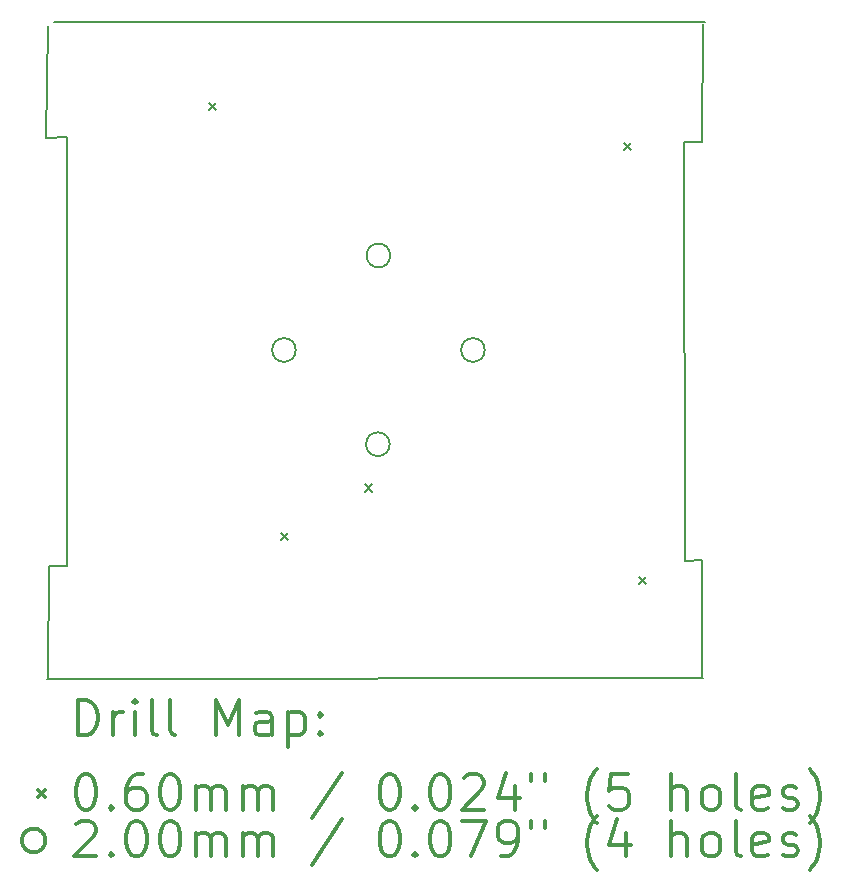
<source format=gbr>
%FSLAX45Y45*%
G04 Gerber Fmt 4.5, Leading zero omitted, Abs format (unit mm)*
G04 Created by KiCad (PCBNEW 4.0.6) date 05/08/17 07:31:23*
%MOMM*%
%LPD*%
G01*
G04 APERTURE LIST*
%ADD10C,0.127000*%
%ADD11C,0.150000*%
%ADD12C,0.200000*%
%ADD13C,0.300000*%
G04 APERTURE END LIST*
D10*
D11*
X15126190Y-12981050D02*
X20676410Y-12965750D01*
X15293110Y-12022710D02*
X15145290Y-12017190D01*
X15118870Y-8397070D02*
X15293110Y-8389010D01*
X20679770Y-7429370D02*
X20669270Y-8428570D01*
X20669270Y-8428570D02*
X20518910Y-8431110D01*
X20518910Y-8431110D02*
X20529410Y-11980410D01*
X20529410Y-11980410D02*
X20669610Y-11969910D01*
X20669610Y-11969910D02*
X20669610Y-12956410D01*
X15134790Y-12961490D02*
X15145290Y-12017190D01*
X15293110Y-12022710D02*
X15293110Y-8389010D01*
X15118870Y-8397070D02*
X15129370Y-7450470D01*
X15195210Y-7418410D02*
X20695210Y-7418410D01*
X20684310Y-7418410D02*
X15184310Y-7418410D01*
D12*
X16499610Y-8100110D02*
X16559610Y-8160110D01*
X16559610Y-8100110D02*
X16499610Y-8160110D01*
X17106330Y-11737610D02*
X17166330Y-11797610D01*
X17166330Y-11737610D02*
X17106330Y-11797610D01*
X17813510Y-11330310D02*
X17873510Y-11390310D01*
X17873510Y-11330310D02*
X17813510Y-11390310D01*
X20012910Y-8438510D02*
X20072910Y-8498510D01*
X20072910Y-8438510D02*
X20012910Y-8498510D01*
X20138810Y-12116610D02*
X20198810Y-12176610D01*
X20198810Y-12116610D02*
X20138810Y-12176610D01*
X17230770Y-10192010D02*
G75*
G03X17230770Y-10192010I-100000J0D01*
G01*
X18025770Y-10989650D02*
G75*
G03X18025770Y-10989650I-100000J0D01*
G01*
X18030870Y-9391910D02*
G75*
G03X18030870Y-9391910I-100000J0D01*
G01*
X18830970Y-10192010D02*
G75*
G03X18830970Y-10192010I-100000J0D01*
G01*
D13*
X15382798Y-13454264D02*
X15382798Y-13154264D01*
X15454227Y-13154264D01*
X15497084Y-13168550D01*
X15525656Y-13197121D01*
X15539941Y-13225693D01*
X15554227Y-13282836D01*
X15554227Y-13325693D01*
X15539941Y-13382836D01*
X15525656Y-13411407D01*
X15497084Y-13439979D01*
X15454227Y-13454264D01*
X15382798Y-13454264D01*
X15682798Y-13454264D02*
X15682798Y-13254264D01*
X15682798Y-13311407D02*
X15697084Y-13282836D01*
X15711370Y-13268550D01*
X15739941Y-13254264D01*
X15768513Y-13254264D01*
X15868513Y-13454264D02*
X15868513Y-13254264D01*
X15868513Y-13154264D02*
X15854227Y-13168550D01*
X15868513Y-13182836D01*
X15882798Y-13168550D01*
X15868513Y-13154264D01*
X15868513Y-13182836D01*
X16054227Y-13454264D02*
X16025656Y-13439979D01*
X16011370Y-13411407D01*
X16011370Y-13154264D01*
X16211370Y-13454264D02*
X16182798Y-13439979D01*
X16168513Y-13411407D01*
X16168513Y-13154264D01*
X16554227Y-13454264D02*
X16554227Y-13154264D01*
X16654227Y-13368550D01*
X16754227Y-13154264D01*
X16754227Y-13454264D01*
X17025656Y-13454264D02*
X17025656Y-13297121D01*
X17011370Y-13268550D01*
X16982799Y-13254264D01*
X16925656Y-13254264D01*
X16897084Y-13268550D01*
X17025656Y-13439979D02*
X16997084Y-13454264D01*
X16925656Y-13454264D01*
X16897084Y-13439979D01*
X16882799Y-13411407D01*
X16882799Y-13382836D01*
X16897084Y-13354264D01*
X16925656Y-13339979D01*
X16997084Y-13339979D01*
X17025656Y-13325693D01*
X17168513Y-13254264D02*
X17168513Y-13554264D01*
X17168513Y-13268550D02*
X17197084Y-13254264D01*
X17254227Y-13254264D01*
X17282799Y-13268550D01*
X17297084Y-13282836D01*
X17311370Y-13311407D01*
X17311370Y-13397121D01*
X17297084Y-13425693D01*
X17282799Y-13439979D01*
X17254227Y-13454264D01*
X17197084Y-13454264D01*
X17168513Y-13439979D01*
X17439941Y-13425693D02*
X17454227Y-13439979D01*
X17439941Y-13454264D01*
X17425656Y-13439979D01*
X17439941Y-13425693D01*
X17439941Y-13454264D01*
X17439941Y-13268550D02*
X17454227Y-13282836D01*
X17439941Y-13297121D01*
X17425656Y-13282836D01*
X17439941Y-13268550D01*
X17439941Y-13297121D01*
X15051370Y-13918550D02*
X15111370Y-13978550D01*
X15111370Y-13918550D02*
X15051370Y-13978550D01*
X15439941Y-13784264D02*
X15468513Y-13784264D01*
X15497084Y-13798550D01*
X15511370Y-13812836D01*
X15525656Y-13841407D01*
X15539941Y-13898550D01*
X15539941Y-13969979D01*
X15525656Y-14027121D01*
X15511370Y-14055693D01*
X15497084Y-14069979D01*
X15468513Y-14084264D01*
X15439941Y-14084264D01*
X15411370Y-14069979D01*
X15397084Y-14055693D01*
X15382798Y-14027121D01*
X15368513Y-13969979D01*
X15368513Y-13898550D01*
X15382798Y-13841407D01*
X15397084Y-13812836D01*
X15411370Y-13798550D01*
X15439941Y-13784264D01*
X15668513Y-14055693D02*
X15682798Y-14069979D01*
X15668513Y-14084264D01*
X15654227Y-14069979D01*
X15668513Y-14055693D01*
X15668513Y-14084264D01*
X15939941Y-13784264D02*
X15882798Y-13784264D01*
X15854227Y-13798550D01*
X15839941Y-13812836D01*
X15811370Y-13855693D01*
X15797084Y-13912836D01*
X15797084Y-14027121D01*
X15811370Y-14055693D01*
X15825656Y-14069979D01*
X15854227Y-14084264D01*
X15911370Y-14084264D01*
X15939941Y-14069979D01*
X15954227Y-14055693D01*
X15968513Y-14027121D01*
X15968513Y-13955693D01*
X15954227Y-13927121D01*
X15939941Y-13912836D01*
X15911370Y-13898550D01*
X15854227Y-13898550D01*
X15825656Y-13912836D01*
X15811370Y-13927121D01*
X15797084Y-13955693D01*
X16154227Y-13784264D02*
X16182798Y-13784264D01*
X16211370Y-13798550D01*
X16225656Y-13812836D01*
X16239941Y-13841407D01*
X16254227Y-13898550D01*
X16254227Y-13969979D01*
X16239941Y-14027121D01*
X16225656Y-14055693D01*
X16211370Y-14069979D01*
X16182798Y-14084264D01*
X16154227Y-14084264D01*
X16125656Y-14069979D01*
X16111370Y-14055693D01*
X16097084Y-14027121D01*
X16082798Y-13969979D01*
X16082798Y-13898550D01*
X16097084Y-13841407D01*
X16111370Y-13812836D01*
X16125656Y-13798550D01*
X16154227Y-13784264D01*
X16382798Y-14084264D02*
X16382798Y-13884264D01*
X16382798Y-13912836D02*
X16397084Y-13898550D01*
X16425656Y-13884264D01*
X16468513Y-13884264D01*
X16497084Y-13898550D01*
X16511370Y-13927121D01*
X16511370Y-14084264D01*
X16511370Y-13927121D02*
X16525656Y-13898550D01*
X16554227Y-13884264D01*
X16597084Y-13884264D01*
X16625656Y-13898550D01*
X16639941Y-13927121D01*
X16639941Y-14084264D01*
X16782799Y-14084264D02*
X16782799Y-13884264D01*
X16782799Y-13912836D02*
X16797084Y-13898550D01*
X16825656Y-13884264D01*
X16868513Y-13884264D01*
X16897084Y-13898550D01*
X16911370Y-13927121D01*
X16911370Y-14084264D01*
X16911370Y-13927121D02*
X16925656Y-13898550D01*
X16954227Y-13884264D01*
X16997084Y-13884264D01*
X17025656Y-13898550D01*
X17039941Y-13927121D01*
X17039941Y-14084264D01*
X17625656Y-13769979D02*
X17368513Y-14155693D01*
X18011370Y-13784264D02*
X18039941Y-13784264D01*
X18068513Y-13798550D01*
X18082798Y-13812836D01*
X18097084Y-13841407D01*
X18111370Y-13898550D01*
X18111370Y-13969979D01*
X18097084Y-14027121D01*
X18082798Y-14055693D01*
X18068513Y-14069979D01*
X18039941Y-14084264D01*
X18011370Y-14084264D01*
X17982798Y-14069979D01*
X17968513Y-14055693D01*
X17954227Y-14027121D01*
X17939941Y-13969979D01*
X17939941Y-13898550D01*
X17954227Y-13841407D01*
X17968513Y-13812836D01*
X17982798Y-13798550D01*
X18011370Y-13784264D01*
X18239941Y-14055693D02*
X18254227Y-14069979D01*
X18239941Y-14084264D01*
X18225656Y-14069979D01*
X18239941Y-14055693D01*
X18239941Y-14084264D01*
X18439941Y-13784264D02*
X18468513Y-13784264D01*
X18497084Y-13798550D01*
X18511370Y-13812836D01*
X18525656Y-13841407D01*
X18539941Y-13898550D01*
X18539941Y-13969979D01*
X18525656Y-14027121D01*
X18511370Y-14055693D01*
X18497084Y-14069979D01*
X18468513Y-14084264D01*
X18439941Y-14084264D01*
X18411370Y-14069979D01*
X18397084Y-14055693D01*
X18382798Y-14027121D01*
X18368513Y-13969979D01*
X18368513Y-13898550D01*
X18382798Y-13841407D01*
X18397084Y-13812836D01*
X18411370Y-13798550D01*
X18439941Y-13784264D01*
X18654227Y-13812836D02*
X18668513Y-13798550D01*
X18697084Y-13784264D01*
X18768513Y-13784264D01*
X18797084Y-13798550D01*
X18811370Y-13812836D01*
X18825656Y-13841407D01*
X18825656Y-13869979D01*
X18811370Y-13912836D01*
X18639941Y-14084264D01*
X18825656Y-14084264D01*
X19082798Y-13884264D02*
X19082798Y-14084264D01*
X19011370Y-13769979D02*
X18939941Y-13984264D01*
X19125656Y-13984264D01*
X19225656Y-13784264D02*
X19225656Y-13841407D01*
X19339941Y-13784264D02*
X19339941Y-13841407D01*
X19782798Y-14198550D02*
X19768513Y-14184264D01*
X19739941Y-14141407D01*
X19725656Y-14112836D01*
X19711370Y-14069979D01*
X19697084Y-13998550D01*
X19697084Y-13941407D01*
X19711370Y-13869979D01*
X19725656Y-13827121D01*
X19739941Y-13798550D01*
X19768513Y-13755693D01*
X19782798Y-13741407D01*
X20039941Y-13784264D02*
X19897084Y-13784264D01*
X19882798Y-13927121D01*
X19897084Y-13912836D01*
X19925656Y-13898550D01*
X19997084Y-13898550D01*
X20025656Y-13912836D01*
X20039941Y-13927121D01*
X20054227Y-13955693D01*
X20054227Y-14027121D01*
X20039941Y-14055693D01*
X20025656Y-14069979D01*
X19997084Y-14084264D01*
X19925656Y-14084264D01*
X19897084Y-14069979D01*
X19882798Y-14055693D01*
X20411370Y-14084264D02*
X20411370Y-13784264D01*
X20539941Y-14084264D02*
X20539941Y-13927121D01*
X20525656Y-13898550D01*
X20497084Y-13884264D01*
X20454227Y-13884264D01*
X20425656Y-13898550D01*
X20411370Y-13912836D01*
X20725656Y-14084264D02*
X20697084Y-14069979D01*
X20682798Y-14055693D01*
X20668513Y-14027121D01*
X20668513Y-13941407D01*
X20682798Y-13912836D01*
X20697084Y-13898550D01*
X20725656Y-13884264D01*
X20768513Y-13884264D01*
X20797084Y-13898550D01*
X20811370Y-13912836D01*
X20825656Y-13941407D01*
X20825656Y-14027121D01*
X20811370Y-14055693D01*
X20797084Y-14069979D01*
X20768513Y-14084264D01*
X20725656Y-14084264D01*
X20997084Y-14084264D02*
X20968513Y-14069979D01*
X20954227Y-14041407D01*
X20954227Y-13784264D01*
X21225656Y-14069979D02*
X21197084Y-14084264D01*
X21139941Y-14084264D01*
X21111370Y-14069979D01*
X21097084Y-14041407D01*
X21097084Y-13927121D01*
X21111370Y-13898550D01*
X21139941Y-13884264D01*
X21197084Y-13884264D01*
X21225656Y-13898550D01*
X21239941Y-13927121D01*
X21239941Y-13955693D01*
X21097084Y-13984264D01*
X21354227Y-14069979D02*
X21382799Y-14084264D01*
X21439941Y-14084264D01*
X21468513Y-14069979D01*
X21482799Y-14041407D01*
X21482799Y-14027121D01*
X21468513Y-13998550D01*
X21439941Y-13984264D01*
X21397084Y-13984264D01*
X21368513Y-13969979D01*
X21354227Y-13941407D01*
X21354227Y-13927121D01*
X21368513Y-13898550D01*
X21397084Y-13884264D01*
X21439941Y-13884264D01*
X21468513Y-13898550D01*
X21582798Y-14198550D02*
X21597084Y-14184264D01*
X21625656Y-14141407D01*
X21639941Y-14112836D01*
X21654227Y-14069979D01*
X21668513Y-13998550D01*
X21668513Y-13941407D01*
X21654227Y-13869979D01*
X21639941Y-13827121D01*
X21625656Y-13798550D01*
X21597084Y-13755693D01*
X21582798Y-13741407D01*
X15111370Y-14344550D02*
G75*
G03X15111370Y-14344550I-100000J0D01*
G01*
X15368513Y-14208836D02*
X15382798Y-14194550D01*
X15411370Y-14180264D01*
X15482798Y-14180264D01*
X15511370Y-14194550D01*
X15525656Y-14208836D01*
X15539941Y-14237407D01*
X15539941Y-14265979D01*
X15525656Y-14308836D01*
X15354227Y-14480264D01*
X15539941Y-14480264D01*
X15668513Y-14451693D02*
X15682798Y-14465979D01*
X15668513Y-14480264D01*
X15654227Y-14465979D01*
X15668513Y-14451693D01*
X15668513Y-14480264D01*
X15868513Y-14180264D02*
X15897084Y-14180264D01*
X15925656Y-14194550D01*
X15939941Y-14208836D01*
X15954227Y-14237407D01*
X15968513Y-14294550D01*
X15968513Y-14365979D01*
X15954227Y-14423121D01*
X15939941Y-14451693D01*
X15925656Y-14465979D01*
X15897084Y-14480264D01*
X15868513Y-14480264D01*
X15839941Y-14465979D01*
X15825656Y-14451693D01*
X15811370Y-14423121D01*
X15797084Y-14365979D01*
X15797084Y-14294550D01*
X15811370Y-14237407D01*
X15825656Y-14208836D01*
X15839941Y-14194550D01*
X15868513Y-14180264D01*
X16154227Y-14180264D02*
X16182798Y-14180264D01*
X16211370Y-14194550D01*
X16225656Y-14208836D01*
X16239941Y-14237407D01*
X16254227Y-14294550D01*
X16254227Y-14365979D01*
X16239941Y-14423121D01*
X16225656Y-14451693D01*
X16211370Y-14465979D01*
X16182798Y-14480264D01*
X16154227Y-14480264D01*
X16125656Y-14465979D01*
X16111370Y-14451693D01*
X16097084Y-14423121D01*
X16082798Y-14365979D01*
X16082798Y-14294550D01*
X16097084Y-14237407D01*
X16111370Y-14208836D01*
X16125656Y-14194550D01*
X16154227Y-14180264D01*
X16382798Y-14480264D02*
X16382798Y-14280264D01*
X16382798Y-14308836D02*
X16397084Y-14294550D01*
X16425656Y-14280264D01*
X16468513Y-14280264D01*
X16497084Y-14294550D01*
X16511370Y-14323121D01*
X16511370Y-14480264D01*
X16511370Y-14323121D02*
X16525656Y-14294550D01*
X16554227Y-14280264D01*
X16597084Y-14280264D01*
X16625656Y-14294550D01*
X16639941Y-14323121D01*
X16639941Y-14480264D01*
X16782799Y-14480264D02*
X16782799Y-14280264D01*
X16782799Y-14308836D02*
X16797084Y-14294550D01*
X16825656Y-14280264D01*
X16868513Y-14280264D01*
X16897084Y-14294550D01*
X16911370Y-14323121D01*
X16911370Y-14480264D01*
X16911370Y-14323121D02*
X16925656Y-14294550D01*
X16954227Y-14280264D01*
X16997084Y-14280264D01*
X17025656Y-14294550D01*
X17039941Y-14323121D01*
X17039941Y-14480264D01*
X17625656Y-14165979D02*
X17368513Y-14551693D01*
X18011370Y-14180264D02*
X18039941Y-14180264D01*
X18068513Y-14194550D01*
X18082798Y-14208836D01*
X18097084Y-14237407D01*
X18111370Y-14294550D01*
X18111370Y-14365979D01*
X18097084Y-14423121D01*
X18082798Y-14451693D01*
X18068513Y-14465979D01*
X18039941Y-14480264D01*
X18011370Y-14480264D01*
X17982798Y-14465979D01*
X17968513Y-14451693D01*
X17954227Y-14423121D01*
X17939941Y-14365979D01*
X17939941Y-14294550D01*
X17954227Y-14237407D01*
X17968513Y-14208836D01*
X17982798Y-14194550D01*
X18011370Y-14180264D01*
X18239941Y-14451693D02*
X18254227Y-14465979D01*
X18239941Y-14480264D01*
X18225656Y-14465979D01*
X18239941Y-14451693D01*
X18239941Y-14480264D01*
X18439941Y-14180264D02*
X18468513Y-14180264D01*
X18497084Y-14194550D01*
X18511370Y-14208836D01*
X18525656Y-14237407D01*
X18539941Y-14294550D01*
X18539941Y-14365979D01*
X18525656Y-14423121D01*
X18511370Y-14451693D01*
X18497084Y-14465979D01*
X18468513Y-14480264D01*
X18439941Y-14480264D01*
X18411370Y-14465979D01*
X18397084Y-14451693D01*
X18382798Y-14423121D01*
X18368513Y-14365979D01*
X18368513Y-14294550D01*
X18382798Y-14237407D01*
X18397084Y-14208836D01*
X18411370Y-14194550D01*
X18439941Y-14180264D01*
X18639941Y-14180264D02*
X18839941Y-14180264D01*
X18711370Y-14480264D01*
X18968513Y-14480264D02*
X19025656Y-14480264D01*
X19054227Y-14465979D01*
X19068513Y-14451693D01*
X19097084Y-14408836D01*
X19111370Y-14351693D01*
X19111370Y-14237407D01*
X19097084Y-14208836D01*
X19082798Y-14194550D01*
X19054227Y-14180264D01*
X18997084Y-14180264D01*
X18968513Y-14194550D01*
X18954227Y-14208836D01*
X18939941Y-14237407D01*
X18939941Y-14308836D01*
X18954227Y-14337407D01*
X18968513Y-14351693D01*
X18997084Y-14365979D01*
X19054227Y-14365979D01*
X19082798Y-14351693D01*
X19097084Y-14337407D01*
X19111370Y-14308836D01*
X19225656Y-14180264D02*
X19225656Y-14237407D01*
X19339941Y-14180264D02*
X19339941Y-14237407D01*
X19782798Y-14594550D02*
X19768513Y-14580264D01*
X19739941Y-14537407D01*
X19725656Y-14508836D01*
X19711370Y-14465979D01*
X19697084Y-14394550D01*
X19697084Y-14337407D01*
X19711370Y-14265979D01*
X19725656Y-14223121D01*
X19739941Y-14194550D01*
X19768513Y-14151693D01*
X19782798Y-14137407D01*
X20025656Y-14280264D02*
X20025656Y-14480264D01*
X19954227Y-14165979D02*
X19882798Y-14380264D01*
X20068513Y-14380264D01*
X20411370Y-14480264D02*
X20411370Y-14180264D01*
X20539941Y-14480264D02*
X20539941Y-14323121D01*
X20525656Y-14294550D01*
X20497084Y-14280264D01*
X20454227Y-14280264D01*
X20425656Y-14294550D01*
X20411370Y-14308836D01*
X20725656Y-14480264D02*
X20697084Y-14465979D01*
X20682798Y-14451693D01*
X20668513Y-14423121D01*
X20668513Y-14337407D01*
X20682798Y-14308836D01*
X20697084Y-14294550D01*
X20725656Y-14280264D01*
X20768513Y-14280264D01*
X20797084Y-14294550D01*
X20811370Y-14308836D01*
X20825656Y-14337407D01*
X20825656Y-14423121D01*
X20811370Y-14451693D01*
X20797084Y-14465979D01*
X20768513Y-14480264D01*
X20725656Y-14480264D01*
X20997084Y-14480264D02*
X20968513Y-14465979D01*
X20954227Y-14437407D01*
X20954227Y-14180264D01*
X21225656Y-14465979D02*
X21197084Y-14480264D01*
X21139941Y-14480264D01*
X21111370Y-14465979D01*
X21097084Y-14437407D01*
X21097084Y-14323121D01*
X21111370Y-14294550D01*
X21139941Y-14280264D01*
X21197084Y-14280264D01*
X21225656Y-14294550D01*
X21239941Y-14323121D01*
X21239941Y-14351693D01*
X21097084Y-14380264D01*
X21354227Y-14465979D02*
X21382799Y-14480264D01*
X21439941Y-14480264D01*
X21468513Y-14465979D01*
X21482799Y-14437407D01*
X21482799Y-14423121D01*
X21468513Y-14394550D01*
X21439941Y-14380264D01*
X21397084Y-14380264D01*
X21368513Y-14365979D01*
X21354227Y-14337407D01*
X21354227Y-14323121D01*
X21368513Y-14294550D01*
X21397084Y-14280264D01*
X21439941Y-14280264D01*
X21468513Y-14294550D01*
X21582798Y-14594550D02*
X21597084Y-14580264D01*
X21625656Y-14537407D01*
X21639941Y-14508836D01*
X21654227Y-14465979D01*
X21668513Y-14394550D01*
X21668513Y-14337407D01*
X21654227Y-14265979D01*
X21639941Y-14223121D01*
X21625656Y-14194550D01*
X21597084Y-14151693D01*
X21582798Y-14137407D01*
M02*

</source>
